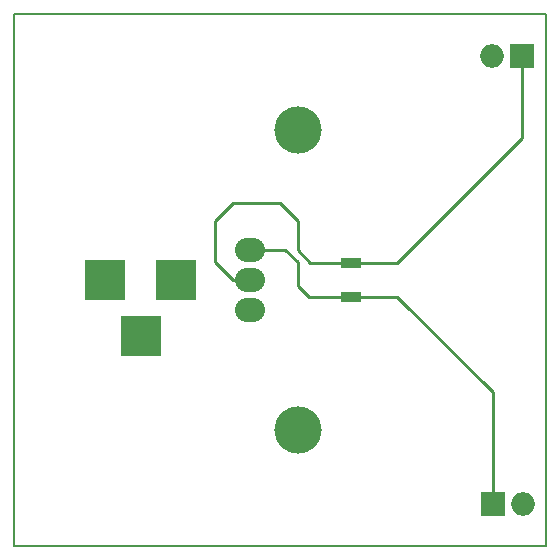
<source format=gtl>
%TF.GenerationSoftware,KiCad,Pcbnew,4.0.2-stable*%
%TF.CreationDate,2016-04-25T01:20:38-04:00*%
%TF.ProjectId,tornado,746F726E61646F2E6B696361645F7063,rev?*%
%TF.FileFunction,Copper,L1,Top,Signal*%
%FSLAX46Y46*%
G04 Gerber Fmt 4.6, Leading zero omitted, Abs format (unit mm)*
G04 Created by KiCad (PCBNEW 4.0.2-stable) date Mon 25 Apr 2016 01:20:38 EDT*
%MOMM*%
G01*
G04 APERTURE LIST*
%ADD10C,0.100000*%
%ADD11C,0.150000*%
%ADD12C,4.000000*%
%ADD13R,3.500120X3.500120*%
%ADD14R,1.700000X0.900000*%
%ADD15O,2.540000X2.032000*%
%ADD16O,1.998980X1.998980*%
%ADD17R,1.998980X1.998980*%
%ADD18C,0.250000*%
G04 APERTURE END LIST*
D10*
D11*
X45000000Y45000000D02*
X0Y45000000D01*
X45000000Y0D02*
X45000000Y45000000D01*
X0Y0D02*
X45000000Y0D01*
X0Y45000000D02*
X0Y0D01*
D12*
X24000000Y35200000D03*
X24000000Y9800000D03*
D13*
X13700140Y22500000D03*
X7700660Y22500000D03*
X10700400Y17801000D03*
D14*
X28500000Y23950000D03*
X28500000Y21050000D03*
D15*
X20000000Y22500000D03*
X20000000Y19960000D03*
X20000000Y25040000D03*
D16*
X43040000Y3500000D03*
D17*
X40500000Y3500000D03*
D16*
X40460000Y41500000D03*
D17*
X43000000Y41500000D03*
D18*
X20000000Y22500000D02*
X18500000Y22500000D01*
X25050000Y23950000D02*
X28500000Y23950000D01*
X24000000Y25000000D02*
X25050000Y23950000D01*
X24000000Y27500000D02*
X24000000Y25000000D01*
X22500000Y29000000D02*
X24000000Y27500000D01*
X18500000Y29000000D02*
X22500000Y29000000D01*
X17000000Y27500000D02*
X18500000Y29000000D01*
X17000000Y24000000D02*
X17000000Y27500000D01*
X18500000Y22500000D02*
X17000000Y24000000D01*
X28500000Y23950000D02*
X32450000Y23950000D01*
X43000000Y34500000D02*
X43000000Y41500000D01*
X32450000Y23950000D02*
X43000000Y34500000D01*
X20000000Y25040000D02*
X22960000Y25040000D01*
X24950000Y21050000D02*
X28500000Y21050000D01*
X24000000Y22000000D02*
X24950000Y21050000D01*
X24000000Y24000000D02*
X24000000Y22000000D01*
X22960000Y25040000D02*
X24000000Y24000000D01*
X28500000Y21050000D02*
X32450000Y21050000D01*
X40500000Y13000000D02*
X40500000Y3500000D01*
X32450000Y21050000D02*
X40500000Y13000000D01*
M02*

</source>
